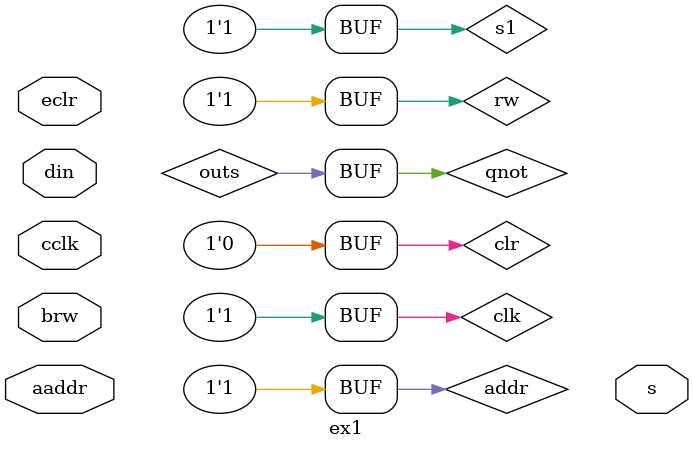
<source format=v>
`include "jkFF.v"



module ex1(input aaddr,input brw,input cclk, input din, output s, input eclr);

reg addr,rw,clk,in01,in02,in03,clr;

wire s1,outs;

and And01(s1,addr,rw,clk);

jkff J01(q,qnot,s1,in00,clk);
jkff J02(q,qnot,s1,in01,clk);
jkff J03(q,qnot,s1,in02,clk);
jkff J04(q,qnot,s1,in03,clk);

and And02(outs,qnot,addr);

initial begin
$display ( "Guia 10 - Gabriel Benjamim de Carvalho - 396690" );

$display ( "Ex1 - Memoria RAM" );

addr = 0; 
clk = 0; 
rw = 0;
clr = 0; 

$monitor( "%4d %4b", $time, outs ); 

#1 clk = 0; addr = 0; rw = 1; 
#1 clk = 0; addr = 1; rw = 0;
#1 clk = 0; addr = 1; rw = 1;
#1 clk = 1; addr = 0; rw = 0;
#1 clk = 1; addr = 0; rw = 1;
#1 clk = 1; addr = 1; rw = 0;
#1 clk = 1; addr = 1; rw = 1;

end 

endmodule


</source>
